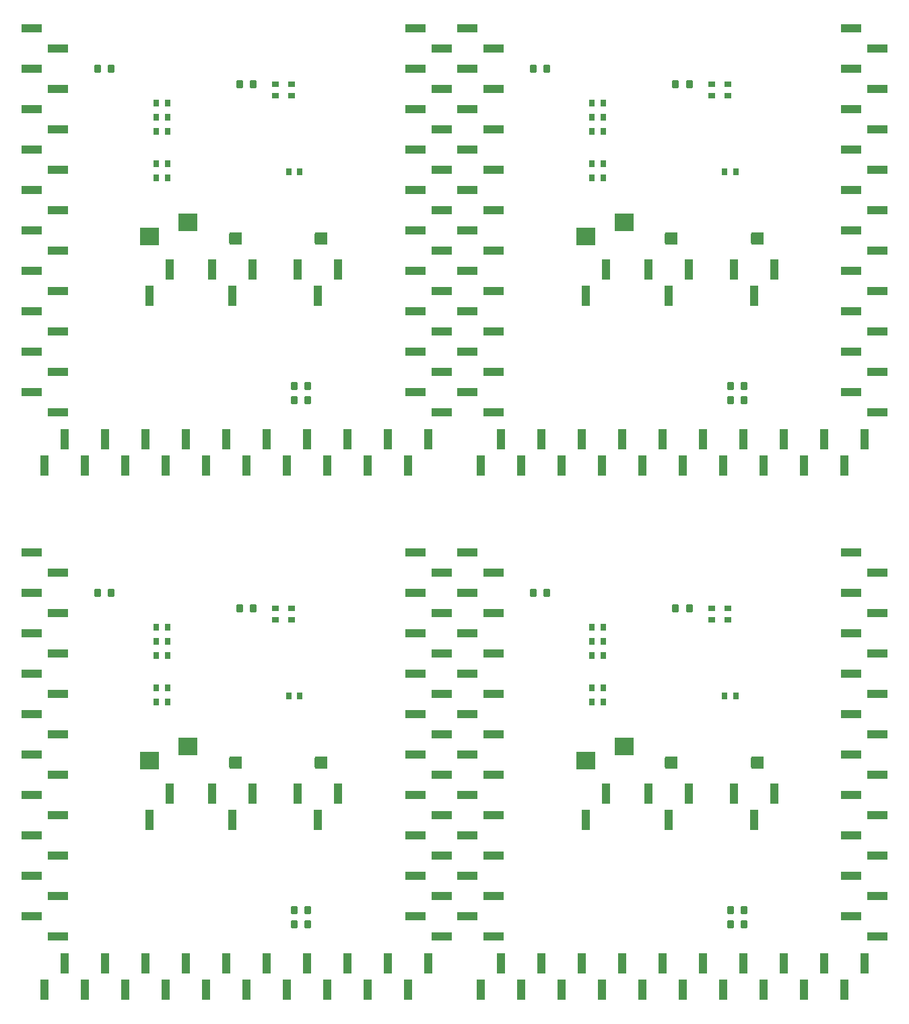
<source format=gbp>
G04*
G04 #@! TF.GenerationSoftware,Altium Limited,Altium Designer,20.2.6 (244)*
G04*
G04 Layer_Color=128*
%FSLAX25Y25*%
%MOIN*%
G70*
G04*
G04 #@! TF.SameCoordinates,F81447C0-1865-472D-A3CA-BC0DD41CEC34*
G04*
G04*
G04 #@! TF.FilePolarity,Positive*
G04*
G01*
G75*
%ADD21R,0.09843X0.03937*%
%ADD22R,0.03937X0.09843*%
%ADD23R,0.03740X0.02953*%
G04:AMPARAMS|DCode=24|XSize=39.37mil|YSize=35.43mil|CornerRadius=4.43mil|HoleSize=0mil|Usage=FLASHONLY|Rotation=270.000|XOffset=0mil|YOffset=0mil|HoleType=Round|Shape=RoundedRectangle|*
%AMROUNDEDRECTD24*
21,1,0.03937,0.02657,0,0,270.0*
21,1,0.03051,0.03543,0,0,270.0*
1,1,0.00886,-0.01329,-0.01526*
1,1,0.00886,-0.01329,0.01526*
1,1,0.00886,0.01329,0.01526*
1,1,0.00886,0.01329,-0.01526*
%
%ADD24ROUNDEDRECTD24*%
%ADD25R,0.02953X0.03740*%
%ADD26R,0.02500X0.05000*%
%ADD43R,0.09606X0.08661*%
%ADD44R,0.06299X0.06299*%
D21*
X208996Y32500D02*
D03*
Y52500D02*
D03*
Y72500D02*
D03*
Y112500D02*
D03*
Y132500D02*
D03*
Y172500D02*
D03*
Y192500D02*
D03*
Y212500D02*
D03*
Y92500D02*
D03*
Y152500D02*
D03*
X6004Y42500D02*
D03*
Y82500D02*
D03*
Y122500D02*
D03*
Y162500D02*
D03*
Y202500D02*
D03*
X196004Y42500D02*
D03*
Y82500D02*
D03*
Y122500D02*
D03*
Y162500D02*
D03*
Y202500D02*
D03*
X6004Y62500D02*
D03*
Y102500D02*
D03*
Y142500D02*
D03*
Y182500D02*
D03*
Y222500D02*
D03*
X196004Y62500D02*
D03*
Y102500D02*
D03*
Y142500D02*
D03*
Y182500D02*
D03*
Y222500D02*
D03*
X18996Y52500D02*
D03*
Y32500D02*
D03*
Y72500D02*
D03*
Y112500D02*
D03*
Y132500D02*
D03*
Y172500D02*
D03*
Y212500D02*
D03*
Y192500D02*
D03*
Y92500D02*
D03*
Y152500D02*
D03*
X424784Y32500D02*
D03*
Y52500D02*
D03*
Y72500D02*
D03*
Y112500D02*
D03*
Y132500D02*
D03*
Y172500D02*
D03*
Y192500D02*
D03*
Y212500D02*
D03*
Y92500D02*
D03*
Y152500D02*
D03*
X221791Y42500D02*
D03*
Y82500D02*
D03*
Y122500D02*
D03*
Y162500D02*
D03*
Y202500D02*
D03*
X411791Y42500D02*
D03*
Y82500D02*
D03*
Y122500D02*
D03*
Y162500D02*
D03*
Y202500D02*
D03*
X221791Y62500D02*
D03*
Y102500D02*
D03*
Y142500D02*
D03*
Y182500D02*
D03*
Y222500D02*
D03*
X411791Y62500D02*
D03*
Y102500D02*
D03*
Y142500D02*
D03*
Y182500D02*
D03*
Y222500D02*
D03*
X234784Y52500D02*
D03*
Y32500D02*
D03*
Y72500D02*
D03*
Y112500D02*
D03*
Y132500D02*
D03*
Y172500D02*
D03*
Y212500D02*
D03*
Y192500D02*
D03*
Y92500D02*
D03*
Y152500D02*
D03*
X208996Y291787D02*
D03*
Y311787D02*
D03*
Y331787D02*
D03*
Y371787D02*
D03*
Y391787D02*
D03*
Y431787D02*
D03*
Y451787D02*
D03*
Y471787D02*
D03*
Y351787D02*
D03*
Y411787D02*
D03*
X6004Y301787D02*
D03*
Y341787D02*
D03*
Y381787D02*
D03*
Y421787D02*
D03*
Y461787D02*
D03*
X196004Y301787D02*
D03*
Y341787D02*
D03*
Y381787D02*
D03*
Y421787D02*
D03*
Y461787D02*
D03*
X6004Y321787D02*
D03*
Y361787D02*
D03*
Y401787D02*
D03*
Y441787D02*
D03*
Y481787D02*
D03*
X196004Y321787D02*
D03*
Y361787D02*
D03*
Y401787D02*
D03*
Y441787D02*
D03*
Y481787D02*
D03*
X18996Y311787D02*
D03*
Y291787D02*
D03*
Y331787D02*
D03*
Y371787D02*
D03*
Y391787D02*
D03*
Y431787D02*
D03*
Y471787D02*
D03*
Y451787D02*
D03*
Y351787D02*
D03*
Y411787D02*
D03*
X424784Y291787D02*
D03*
Y311787D02*
D03*
Y331787D02*
D03*
Y371787D02*
D03*
Y391787D02*
D03*
Y431787D02*
D03*
Y451787D02*
D03*
Y471787D02*
D03*
Y351787D02*
D03*
Y411787D02*
D03*
X221791Y301787D02*
D03*
Y341787D02*
D03*
Y381787D02*
D03*
Y421787D02*
D03*
Y461787D02*
D03*
X411791Y301787D02*
D03*
Y341787D02*
D03*
Y381787D02*
D03*
Y421787D02*
D03*
Y461787D02*
D03*
X221791Y321787D02*
D03*
Y361787D02*
D03*
Y401787D02*
D03*
Y441787D02*
D03*
Y481787D02*
D03*
X411791Y321787D02*
D03*
Y361787D02*
D03*
Y401787D02*
D03*
Y441787D02*
D03*
Y481787D02*
D03*
X234784Y311787D02*
D03*
Y291787D02*
D03*
Y331787D02*
D03*
Y371787D02*
D03*
Y391787D02*
D03*
Y431787D02*
D03*
Y471787D02*
D03*
Y451787D02*
D03*
Y351787D02*
D03*
Y411787D02*
D03*
D22*
X32500Y6004D02*
D03*
X72500D02*
D03*
X112500D02*
D03*
X152500D02*
D03*
X192500D02*
D03*
X12500D02*
D03*
X22500Y18996D02*
D03*
X52500Y6004D02*
D03*
X62500Y18996D02*
D03*
X82500D02*
D03*
X92500Y6004D02*
D03*
X122500Y18996D02*
D03*
X132500Y6004D02*
D03*
X142500Y18996D02*
D03*
X162500D02*
D03*
X172500Y6004D02*
D03*
X182500Y18996D02*
D03*
X42500D02*
D03*
X102500D02*
D03*
X202500D02*
D03*
X74500Y102996D02*
D03*
X64500Y90004D02*
D03*
X115500Y102996D02*
D03*
X95500D02*
D03*
X105500Y90004D02*
D03*
X157800Y102996D02*
D03*
X137800D02*
D03*
X147800Y90004D02*
D03*
X248287Y6004D02*
D03*
X288287D02*
D03*
X328287D02*
D03*
X368287D02*
D03*
X408287D02*
D03*
X228287D02*
D03*
X238287Y18996D02*
D03*
X268287Y6004D02*
D03*
X278287Y18996D02*
D03*
X298287D02*
D03*
X308287Y6004D02*
D03*
X338287Y18996D02*
D03*
X348287Y6004D02*
D03*
X358287Y18996D02*
D03*
X378287D02*
D03*
X388287Y6004D02*
D03*
X398287Y18996D02*
D03*
X258287D02*
D03*
X318287D02*
D03*
X418287D02*
D03*
X290287Y102996D02*
D03*
X280287Y90004D02*
D03*
X331287Y102996D02*
D03*
X311287D02*
D03*
X321287Y90004D02*
D03*
X373587Y102996D02*
D03*
X353587D02*
D03*
X363587Y90004D02*
D03*
X32500Y265291D02*
D03*
X72500D02*
D03*
X112500D02*
D03*
X152500D02*
D03*
X192500D02*
D03*
X12500D02*
D03*
X22500Y278284D02*
D03*
X52500Y265291D02*
D03*
X62500Y278284D02*
D03*
X82500D02*
D03*
X92500Y265291D02*
D03*
X122500Y278284D02*
D03*
X132500Y265291D02*
D03*
X142500Y278284D02*
D03*
X162500D02*
D03*
X172500Y265291D02*
D03*
X182500Y278284D02*
D03*
X42500D02*
D03*
X102500D02*
D03*
X202500D02*
D03*
X74500Y362283D02*
D03*
X64500Y349291D02*
D03*
X115500Y362283D02*
D03*
X95500D02*
D03*
X105500Y349291D02*
D03*
X157800Y362283D02*
D03*
X137800D02*
D03*
X147800Y349291D02*
D03*
X248287Y265291D02*
D03*
X288287D02*
D03*
X328287D02*
D03*
X368287D02*
D03*
X408287D02*
D03*
X228287D02*
D03*
X238287Y278284D02*
D03*
X268287Y265291D02*
D03*
X278287Y278284D02*
D03*
X298287D02*
D03*
X308287Y265291D02*
D03*
X338287Y278284D02*
D03*
X348287Y265291D02*
D03*
X358287Y278284D02*
D03*
X378287D02*
D03*
X388287Y265291D02*
D03*
X398287Y278284D02*
D03*
X258287D02*
D03*
X318287D02*
D03*
X418287D02*
D03*
X290287Y362283D02*
D03*
X280287Y349291D02*
D03*
X331287Y362283D02*
D03*
X311287D02*
D03*
X321287Y349291D02*
D03*
X373587Y362283D02*
D03*
X353587D02*
D03*
X363587Y349291D02*
D03*
D23*
X134800Y194656D02*
D03*
Y189144D02*
D03*
X126800Y194656D02*
D03*
Y189144D02*
D03*
X350587Y194656D02*
D03*
Y189144D02*
D03*
X342587Y194656D02*
D03*
Y189144D02*
D03*
X134800Y453943D02*
D03*
Y448431D02*
D03*
X126800Y453943D02*
D03*
Y448431D02*
D03*
X350587Y453943D02*
D03*
Y448431D02*
D03*
X342587Y453943D02*
D03*
Y448431D02*
D03*
D24*
X115746Y194600D02*
D03*
X109054D02*
D03*
X45347Y202500D02*
D03*
X38654D02*
D03*
X136154Y38500D02*
D03*
X142847D02*
D03*
X136154Y45500D02*
D03*
X142847D02*
D03*
X331534Y194600D02*
D03*
X324841D02*
D03*
X261134Y202500D02*
D03*
X254441D02*
D03*
X351941Y38500D02*
D03*
X358634D02*
D03*
X351941Y45500D02*
D03*
X358634D02*
D03*
X115746Y453887D02*
D03*
X109054D02*
D03*
X45347Y461787D02*
D03*
X38654D02*
D03*
X136154Y297787D02*
D03*
X142847D02*
D03*
X136154Y304787D02*
D03*
X142847D02*
D03*
X331534Y453887D02*
D03*
X324841D02*
D03*
X261134Y461787D02*
D03*
X254441D02*
D03*
X351941Y297787D02*
D03*
X358634D02*
D03*
X351941Y304787D02*
D03*
X358634D02*
D03*
D25*
X133244Y151500D02*
D03*
X138756D02*
D03*
X73256Y171500D02*
D03*
X67744D02*
D03*
X73256Y178500D02*
D03*
X67744D02*
D03*
X73256Y185500D02*
D03*
X67744D02*
D03*
X73256Y148500D02*
D03*
X67744D02*
D03*
X73256Y155500D02*
D03*
X67744D02*
D03*
X349031Y151500D02*
D03*
X354543D02*
D03*
X289043Y171500D02*
D03*
X283531D02*
D03*
X289043Y178500D02*
D03*
X283531D02*
D03*
X289043Y185500D02*
D03*
X283531D02*
D03*
X289043Y148500D02*
D03*
X283531D02*
D03*
X289043Y155500D02*
D03*
X283531D02*
D03*
X133244Y410787D02*
D03*
X138756D02*
D03*
X73256Y430787D02*
D03*
X67744D02*
D03*
X73256Y437787D02*
D03*
X67744D02*
D03*
X73256Y444787D02*
D03*
X67744D02*
D03*
X73256Y407787D02*
D03*
X67744D02*
D03*
X73256Y414787D02*
D03*
X67744D02*
D03*
X349031Y410787D02*
D03*
X354543D02*
D03*
X289043Y430787D02*
D03*
X283531D02*
D03*
X289043Y437787D02*
D03*
X283531D02*
D03*
X289043Y444787D02*
D03*
X283531D02*
D03*
X289043Y407787D02*
D03*
X283531D02*
D03*
X289043Y414787D02*
D03*
X283531D02*
D03*
D26*
X85122Y126500D02*
D03*
X81878D02*
D03*
X105000Y118500D02*
D03*
X108243D02*
D03*
X147500D02*
D03*
X150743D02*
D03*
X300909Y126500D02*
D03*
X297666D02*
D03*
X320787Y118500D02*
D03*
X324031D02*
D03*
X363287D02*
D03*
X366531D02*
D03*
X85122Y385787D02*
D03*
X81878D02*
D03*
X105000Y377787D02*
D03*
X108243D02*
D03*
X147500D02*
D03*
X150743D02*
D03*
X300909Y385787D02*
D03*
X297666D02*
D03*
X320787Y377787D02*
D03*
X324031D02*
D03*
X363287D02*
D03*
X366531D02*
D03*
D43*
X83500Y126500D02*
D03*
X64500Y119500D02*
D03*
X299287Y126500D02*
D03*
X280287Y119500D02*
D03*
X83500Y385787D02*
D03*
X64500Y378787D02*
D03*
X299287Y385787D02*
D03*
X280287Y378787D02*
D03*
D44*
X107015Y118500D02*
D03*
X149515D02*
D03*
X322803D02*
D03*
X365303D02*
D03*
X107015Y377787D02*
D03*
X149515D02*
D03*
X322803D02*
D03*
X365303D02*
D03*
M02*

</source>
